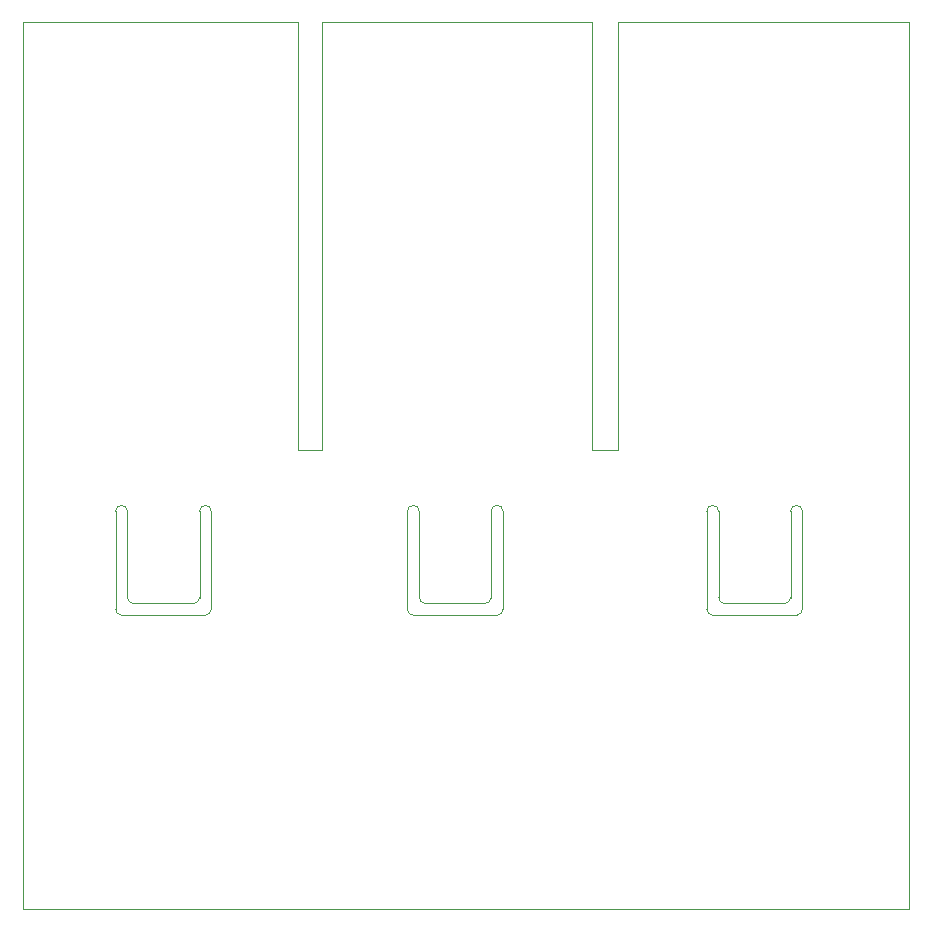
<source format=gm1>
G04 #@! TF.GenerationSoftware,KiCad,Pcbnew,(6.0.6)*
G04 #@! TF.CreationDate,2022-08-27T11:47:15+02:00*
G04 #@! TF.ProjectId,relay-pc-module,72656c61-792d-4706-932d-6d6f64756c65,rev?*
G04 #@! TF.SameCoordinates,Original*
G04 #@! TF.FileFunction,Profile,NP*
%FSLAX46Y46*%
G04 Gerber Fmt 4.6, Leading zero omitted, Abs format (unit mm)*
G04 Created by KiCad (PCBNEW (6.0.6)) date 2022-08-27 11:47:15*
%MOMM*%
%LPD*%
G01*
G04 APERTURE LIST*
G04 #@! TA.AperFunction,Profile*
%ADD10C,0.100000*%
G04 #@! TD*
G04 APERTURE END LIST*
D10*
X82890000Y-64100000D02*
X82890000Y-71400000D01*
X82390000Y-72900000D02*
X89490000Y-72900000D01*
X81890000Y-72400000D02*
G75*
G03*
X82390000Y-72900000I500001J1D01*
G01*
X89990000Y-64100000D02*
X89990000Y-72400000D01*
X89990000Y-64100000D02*
G75*
G03*
X88990000Y-64100000I-500000J0D01*
G01*
X81890000Y-64100000D02*
X81890000Y-72400000D01*
X83390000Y-71900000D02*
X88490000Y-71900000D01*
X88990000Y-64100000D02*
X88990000Y-71400000D01*
X88490000Y-71900000D02*
G75*
G03*
X88990000Y-71400000I-1J500001D01*
G01*
X82890000Y-71400000D02*
G75*
G03*
X83390000Y-71900000I500001J1D01*
G01*
X82890000Y-64100000D02*
G75*
G03*
X81890000Y-64100000I-500000J0D01*
G01*
X89490000Y-72900000D02*
G75*
G03*
X89990000Y-72400000I-1J500001D01*
G01*
X57540000Y-64100000D02*
X57540000Y-71400000D01*
X57040000Y-72900000D02*
X64140000Y-72900000D01*
X56540000Y-72400000D02*
G75*
G03*
X57040000Y-72900000I500001J1D01*
G01*
X64640000Y-64100000D02*
X64640000Y-72400000D01*
X64640000Y-64100000D02*
G75*
G03*
X63640000Y-64100000I-500000J0D01*
G01*
X56540000Y-64100000D02*
X56540000Y-72400000D01*
X58040000Y-71900000D02*
X63140000Y-71900000D01*
X63640000Y-64100000D02*
X63640000Y-71400000D01*
X63140000Y-71900000D02*
G75*
G03*
X63640000Y-71400000I-1J500001D01*
G01*
X57540000Y-71400000D02*
G75*
G03*
X58040000Y-71900000I500001J1D01*
G01*
X57540000Y-64100000D02*
G75*
G03*
X56540000Y-64100000I-500000J0D01*
G01*
X64140000Y-72900000D02*
G75*
G03*
X64640000Y-72400000I-1J500001D01*
G01*
X39440000Y-72900000D02*
G75*
G03*
X39940000Y-72400000I-1J500001D01*
G01*
X39940000Y-64100000D02*
X39940000Y-72400000D01*
X32340000Y-72900000D02*
X39440000Y-72900000D01*
X31840000Y-72400000D02*
G75*
G03*
X32340000Y-72900000I500001J1D01*
G01*
X39940000Y-64100000D02*
G75*
G03*
X38940000Y-64100000I-500000J0D01*
G01*
X38440000Y-71900000D02*
G75*
G03*
X38940000Y-71400000I-1J500001D01*
G01*
X32840000Y-71400000D02*
G75*
G03*
X33340000Y-71900000I500000J0D01*
G01*
X38940000Y-64100000D02*
X38940000Y-71400000D01*
X33340000Y-71900000D02*
X38440000Y-71900000D01*
X32840000Y-64100000D02*
X32840000Y-71400000D01*
X31840000Y-64100000D02*
X31840000Y-72400000D01*
X32840000Y-64100000D02*
G75*
G03*
X31840000Y-64100000I-500000J0D01*
G01*
X23977600Y-96774000D02*
X23977600Y-97790000D01*
X23977600Y-96774000D02*
X23977600Y-85445600D01*
X47300000Y-58900000D02*
X49300000Y-58900000D01*
X72200000Y-58900000D02*
X74400000Y-58900000D01*
X23977600Y-22700000D02*
X47300000Y-22700000D01*
X72200000Y-22700000D02*
X72200000Y-58900000D01*
X99009200Y-22700000D02*
X99009200Y-96774000D01*
X47300000Y-22700000D02*
X47300000Y-58900000D01*
X99009200Y-96774000D02*
X99009200Y-97790000D01*
X74400000Y-58900000D02*
X74400000Y-22700000D01*
X99009200Y-97790000D02*
X23977600Y-97790000D01*
X49300000Y-22700000D02*
X72200000Y-22700000D01*
X74400000Y-22700000D02*
X99009200Y-22700000D01*
X49300000Y-58900000D02*
X49300000Y-22700000D01*
X23977600Y-85445600D02*
X23977600Y-22700000D01*
M02*

</source>
